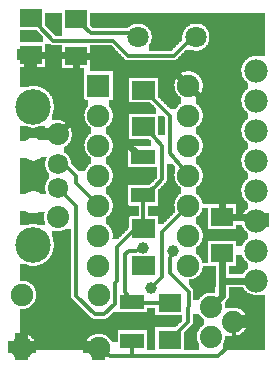
<source format=gtl>
G04 MADE WITH FRITZING*
G04 WWW.FRITZING.ORG*
G04 DOUBLE SIDED*
G04 HOLES PLATED*
G04 CONTOUR ON CENTER OF CONTOUR VECTOR*
%ASAXBY*%
%FSLAX23Y23*%
%MOIN*%
%OFA0B0*%
%SFA1.0B1.0*%
%ADD10C,0.075000*%
%ADD11C,0.039370*%
%ADD12C,0.073701*%
%ADD13C,0.067716*%
%ADD14C,0.118425*%
%ADD15C,0.074000*%
%ADD16C,0.078000*%
%ADD17C,0.070925*%
%ADD18C,0.070866*%
%ADD19R,0.078736X0.049208*%
%ADD20R,0.078736X0.049222*%
%ADD21R,0.074803X0.062992*%
%ADD22R,0.075000X0.075000*%
%ADD23C,0.012000*%
%ADD24C,0.024000*%
%ADD25R,0.001000X0.001000*%
%LNCOPPER1*%
G90*
G70*
G54D10*
X182Y924D03*
X718Y1107D03*
X137Y257D03*
X301Y48D03*
X45Y48D03*
X301Y225D03*
X45Y225D03*
G54D11*
X450Y323D03*
X550Y373D03*
X475Y248D03*
G54D12*
X165Y760D03*
G54D13*
X165Y661D03*
X165Y583D03*
G54D12*
X165Y484D03*
G54D14*
X83Y852D03*
X83Y392D03*
G54D12*
X165Y760D03*
G54D13*
X165Y661D03*
X165Y582D03*
G54D12*
X165Y484D03*
G54D14*
X83Y852D03*
X83Y392D03*
G54D15*
X675Y86D03*
X750Y136D03*
X675Y186D03*
X675Y86D03*
X750Y136D03*
X675Y186D03*
G54D11*
X450Y383D03*
G54D16*
X825Y273D03*
X825Y373D03*
X825Y473D03*
X825Y573D03*
X825Y673D03*
X825Y773D03*
X825Y873D03*
X825Y973D03*
G54D10*
X300Y923D03*
X600Y923D03*
X300Y823D03*
X600Y823D03*
X300Y723D03*
X600Y723D03*
X300Y623D03*
X600Y623D03*
X300Y523D03*
X600Y523D03*
X300Y423D03*
X600Y423D03*
X300Y323D03*
X600Y323D03*
G54D17*
X432Y1084D03*
G54D18*
X625Y1084D03*
G54D19*
X450Y558D03*
G54D20*
X450Y686D03*
G54D19*
X413Y201D03*
G54D20*
X413Y73D03*
G54D21*
X538Y76D03*
X538Y198D03*
X225Y1023D03*
X225Y1145D03*
X713Y486D03*
X713Y364D03*
X75Y1148D03*
X75Y1026D03*
G54D22*
X300Y923D03*
G54D23*
X751Y98D02*
X750Y114D01*
D02*
X700Y23D02*
X751Y73D01*
D02*
X751Y73D02*
X751Y98D01*
D02*
X413Y23D02*
X700Y23D01*
D02*
X425Y373D02*
X438Y378D01*
D02*
X413Y436D02*
X419Y437D01*
D02*
X401Y373D02*
X425Y373D01*
D02*
X363Y385D02*
X413Y436D01*
D02*
X488Y585D02*
X476Y577D01*
D02*
X488Y748D02*
X513Y723D01*
D02*
X513Y723D02*
X513Y611D01*
D02*
X513Y611D02*
X488Y585D01*
D02*
X477Y760D02*
X488Y748D01*
D02*
X363Y273D02*
X363Y385D01*
D02*
X356Y265D02*
X363Y273D01*
D02*
X388Y360D02*
X401Y373D01*
D02*
X388Y236D02*
X388Y360D01*
D02*
X399Y220D02*
X388Y236D01*
D02*
X356Y196D02*
X356Y265D01*
D02*
X320Y160D02*
X356Y196D01*
D02*
X288Y161D02*
X320Y160D01*
D02*
X225Y223D02*
X288Y161D01*
D02*
X182Y566D02*
X225Y523D01*
D02*
X225Y523D02*
X225Y223D01*
D02*
X538Y348D02*
X538Y298D01*
D02*
X538Y698D02*
X537Y823D01*
D02*
X338Y23D02*
X320Y35D01*
D02*
X413Y23D02*
X338Y23D01*
D02*
X538Y298D02*
X601Y236D01*
D02*
X601Y236D02*
X600Y136D01*
D02*
X600Y136D02*
X565Y102D01*
D02*
X450Y539D02*
X450Y471D01*
D02*
X544Y361D02*
X538Y348D01*
D02*
X488Y873D02*
X479Y882D01*
D02*
X586Y641D02*
X538Y698D01*
D02*
X537Y823D02*
X488Y873D01*
D02*
X513Y286D02*
X485Y258D01*
D02*
X513Y436D02*
X513Y286D01*
D02*
X584Y507D02*
X513Y436D01*
G54D24*
D02*
X225Y823D02*
X225Y997D01*
D02*
X185Y781D02*
X225Y823D01*
G54D23*
D02*
X413Y54D02*
X413Y23D01*
G54D24*
D02*
X713Y273D02*
X713Y338D01*
D02*
X713Y223D02*
X695Y205D01*
D02*
X713Y273D02*
X713Y223D01*
D02*
X795Y273D02*
X713Y273D01*
G54D23*
D02*
X450Y198D02*
X447Y198D01*
D02*
X506Y198D02*
X450Y198D01*
G54D24*
D02*
X713Y811D02*
X713Y512D01*
D02*
X621Y903D02*
X713Y811D01*
G54D23*
D02*
X226Y623D02*
X226Y598D01*
D02*
X226Y598D02*
X284Y539D01*
D02*
X200Y648D02*
X226Y623D01*
D02*
X187Y653D02*
X200Y648D01*
G54D24*
D02*
X413Y711D02*
X388Y735D01*
D02*
X388Y735D02*
X388Y973D01*
D02*
X388Y973D02*
X338Y1023D01*
D02*
X422Y705D02*
X413Y711D01*
D02*
X338Y1023D02*
X257Y1023D01*
D02*
X551Y973D02*
X388Y973D01*
D02*
X580Y943D02*
X551Y973D01*
D02*
X194Y1024D02*
X107Y1025D01*
D02*
X788Y486D02*
X797Y483D01*
D02*
X745Y486D02*
X788Y486D01*
G54D23*
D02*
X601Y1073D02*
X606Y1075D01*
D02*
X276Y1098D02*
X253Y1119D01*
D02*
X150Y1073D02*
X350Y1073D01*
D02*
X101Y1122D02*
X150Y1073D01*
D02*
X551Y1023D02*
X601Y1073D01*
D02*
X400Y1023D02*
X551Y1023D01*
D02*
X350Y1073D02*
X400Y1023D01*
D02*
X401Y1098D02*
X276Y1098D01*
D02*
X413Y1093D02*
X401Y1098D01*
G36*
X122Y1165D02*
X122Y1123D01*
X124Y1123D01*
X124Y1121D01*
X126Y1121D01*
X126Y1119D01*
X128Y1119D01*
X128Y1117D01*
X130Y1117D01*
X130Y1115D01*
X132Y1115D01*
X132Y1113D01*
X134Y1113D01*
X134Y1111D01*
X136Y1111D01*
X136Y1109D01*
X138Y1109D01*
X138Y1107D01*
X140Y1107D01*
X140Y1105D01*
X142Y1105D01*
X142Y1103D01*
X144Y1103D01*
X144Y1101D01*
X146Y1101D01*
X146Y1099D01*
X148Y1099D01*
X148Y1097D01*
X150Y1097D01*
X150Y1095D01*
X152Y1095D01*
X152Y1093D01*
X154Y1093D01*
X154Y1091D01*
X156Y1091D01*
X156Y1089D01*
X178Y1089D01*
X178Y1165D01*
X122Y1165D01*
G37*
D02*
G36*
X40Y1107D02*
X40Y1067D01*
X116Y1067D01*
X116Y1087D01*
X114Y1087D01*
X114Y1089D01*
X112Y1089D01*
X112Y1091D01*
X110Y1091D01*
X110Y1093D01*
X108Y1093D01*
X108Y1095D01*
X106Y1095D01*
X106Y1097D01*
X104Y1097D01*
X104Y1099D01*
X102Y1099D01*
X102Y1101D01*
X100Y1101D01*
X100Y1103D01*
X98Y1103D01*
X98Y1105D01*
X96Y1105D01*
X96Y1107D01*
X40Y1107D01*
G37*
D02*
G36*
X122Y1061D02*
X122Y985D01*
X40Y985D01*
X40Y921D01*
X98Y921D01*
X98Y919D01*
X106Y919D01*
X106Y917D01*
X110Y917D01*
X110Y915D01*
X114Y915D01*
X114Y913D01*
X118Y913D01*
X118Y911D01*
X122Y911D01*
X122Y909D01*
X124Y909D01*
X124Y907D01*
X126Y907D01*
X126Y905D01*
X128Y905D01*
X128Y903D01*
X132Y903D01*
X132Y901D01*
X134Y901D01*
X134Y897D01*
X136Y897D01*
X136Y895D01*
X138Y895D01*
X138Y893D01*
X140Y893D01*
X140Y889D01*
X142Y889D01*
X142Y887D01*
X144Y887D01*
X144Y883D01*
X146Y883D01*
X146Y877D01*
X148Y877D01*
X148Y873D01*
X150Y873D01*
X150Y863D01*
X152Y863D01*
X152Y843D01*
X150Y843D01*
X150Y833D01*
X148Y833D01*
X148Y827D01*
X146Y827D01*
X146Y823D01*
X144Y823D01*
X144Y807D01*
X174Y807D01*
X174Y805D01*
X182Y805D01*
X182Y803D01*
X186Y803D01*
X186Y801D01*
X190Y801D01*
X190Y799D01*
X192Y799D01*
X192Y797D01*
X196Y797D01*
X196Y795D01*
X198Y795D01*
X198Y793D01*
X200Y793D01*
X200Y791D01*
X202Y791D01*
X202Y787D01*
X204Y787D01*
X204Y785D01*
X206Y785D01*
X206Y781D01*
X208Y781D01*
X208Y777D01*
X210Y777D01*
X210Y769D01*
X212Y769D01*
X212Y751D01*
X210Y751D01*
X210Y743D01*
X208Y743D01*
X208Y739D01*
X206Y739D01*
X206Y735D01*
X204Y735D01*
X204Y733D01*
X202Y733D01*
X202Y731D01*
X200Y731D01*
X200Y727D01*
X198Y727D01*
X198Y725D01*
X194Y725D01*
X194Y723D01*
X192Y723D01*
X192Y721D01*
X188Y721D01*
X188Y719D01*
X186Y719D01*
X186Y699D01*
X190Y699D01*
X190Y697D01*
X192Y697D01*
X192Y695D01*
X194Y695D01*
X194Y693D01*
X196Y693D01*
X196Y691D01*
X198Y691D01*
X198Y689D01*
X200Y689D01*
X200Y687D01*
X202Y687D01*
X202Y683D01*
X204Y683D01*
X204Y681D01*
X206Y681D01*
X206Y675D01*
X208Y675D01*
X208Y665D01*
X210Y665D01*
X210Y661D01*
X212Y661D01*
X212Y659D01*
X214Y659D01*
X214Y657D01*
X216Y657D01*
X216Y655D01*
X218Y655D01*
X218Y653D01*
X220Y653D01*
X220Y651D01*
X222Y651D01*
X222Y649D01*
X224Y649D01*
X224Y647D01*
X226Y647D01*
X226Y645D01*
X228Y645D01*
X228Y643D01*
X230Y643D01*
X230Y641D01*
X232Y641D01*
X232Y639D01*
X234Y639D01*
X234Y637D01*
X256Y637D01*
X256Y643D01*
X258Y643D01*
X258Y647D01*
X260Y647D01*
X260Y649D01*
X262Y649D01*
X262Y653D01*
X264Y653D01*
X264Y655D01*
X266Y655D01*
X266Y657D01*
X268Y657D01*
X268Y659D01*
X270Y659D01*
X270Y661D01*
X274Y661D01*
X274Y663D01*
X276Y663D01*
X276Y683D01*
X274Y683D01*
X274Y685D01*
X272Y685D01*
X272Y687D01*
X268Y687D01*
X268Y689D01*
X266Y689D01*
X266Y691D01*
X264Y691D01*
X264Y695D01*
X262Y695D01*
X262Y697D01*
X260Y697D01*
X260Y701D01*
X258Y701D01*
X258Y705D01*
X256Y705D01*
X256Y711D01*
X254Y711D01*
X254Y721D01*
X252Y721D01*
X252Y727D01*
X254Y727D01*
X254Y737D01*
X256Y737D01*
X256Y743D01*
X258Y743D01*
X258Y747D01*
X260Y747D01*
X260Y749D01*
X262Y749D01*
X262Y753D01*
X264Y753D01*
X264Y755D01*
X266Y755D01*
X266Y757D01*
X268Y757D01*
X268Y759D01*
X270Y759D01*
X270Y761D01*
X274Y761D01*
X274Y763D01*
X276Y763D01*
X276Y783D01*
X274Y783D01*
X274Y785D01*
X272Y785D01*
X272Y787D01*
X268Y787D01*
X268Y789D01*
X266Y789D01*
X266Y791D01*
X264Y791D01*
X264Y795D01*
X262Y795D01*
X262Y797D01*
X260Y797D01*
X260Y801D01*
X258Y801D01*
X258Y805D01*
X256Y805D01*
X256Y811D01*
X254Y811D01*
X254Y821D01*
X252Y821D01*
X252Y827D01*
X254Y827D01*
X254Y837D01*
X256Y837D01*
X256Y843D01*
X258Y843D01*
X258Y847D01*
X260Y847D01*
X260Y849D01*
X262Y849D01*
X262Y853D01*
X264Y853D01*
X264Y855D01*
X266Y855D01*
X266Y875D01*
X254Y875D01*
X254Y877D01*
X252Y877D01*
X252Y981D01*
X178Y981D01*
X178Y1057D01*
X146Y1057D01*
X146Y1059D01*
X142Y1059D01*
X142Y1061D01*
X122Y1061D01*
G37*
D02*
G36*
X40Y921D02*
X40Y917D01*
X60Y917D01*
X60Y919D01*
X68Y919D01*
X68Y921D01*
X40Y921D01*
G37*
D02*
G36*
X272Y1165D02*
X272Y1131D01*
X626Y1131D01*
X626Y1129D01*
X638Y1129D01*
X638Y1127D01*
X644Y1127D01*
X644Y1125D01*
X648Y1125D01*
X648Y1123D01*
X650Y1123D01*
X650Y1121D01*
X654Y1121D01*
X654Y1119D01*
X656Y1119D01*
X656Y1117D01*
X658Y1117D01*
X658Y1115D01*
X660Y1115D01*
X660Y1113D01*
X662Y1113D01*
X662Y1109D01*
X664Y1109D01*
X664Y1107D01*
X666Y1107D01*
X666Y1103D01*
X668Y1103D01*
X668Y1097D01*
X670Y1097D01*
X670Y1073D01*
X668Y1073D01*
X668Y1067D01*
X666Y1067D01*
X666Y1063D01*
X664Y1063D01*
X664Y1059D01*
X662Y1059D01*
X662Y1057D01*
X660Y1057D01*
X660Y1055D01*
X658Y1055D01*
X658Y1053D01*
X656Y1053D01*
X656Y1051D01*
X654Y1051D01*
X654Y1049D01*
X652Y1049D01*
X652Y1047D01*
X648Y1047D01*
X648Y1045D01*
X646Y1045D01*
X646Y1043D01*
X640Y1043D01*
X640Y1041D01*
X634Y1041D01*
X634Y1039D01*
X856Y1039D01*
X856Y1165D01*
X272Y1165D01*
G37*
D02*
G36*
X272Y1131D02*
X272Y1129D01*
X444Y1129D01*
X444Y1127D01*
X450Y1127D01*
X450Y1125D01*
X454Y1125D01*
X454Y1123D01*
X458Y1123D01*
X458Y1121D01*
X460Y1121D01*
X460Y1119D01*
X462Y1119D01*
X462Y1117D01*
X464Y1117D01*
X464Y1115D01*
X466Y1115D01*
X466Y1113D01*
X468Y1113D01*
X468Y1111D01*
X470Y1111D01*
X470Y1107D01*
X472Y1107D01*
X472Y1105D01*
X474Y1105D01*
X474Y1099D01*
X476Y1099D01*
X476Y1091D01*
X478Y1091D01*
X478Y1077D01*
X476Y1077D01*
X476Y1069D01*
X474Y1069D01*
X474Y1065D01*
X472Y1065D01*
X472Y1061D01*
X470Y1061D01*
X470Y1059D01*
X468Y1059D01*
X468Y1039D01*
X544Y1039D01*
X544Y1041D01*
X546Y1041D01*
X546Y1043D01*
X548Y1043D01*
X548Y1045D01*
X550Y1045D01*
X550Y1047D01*
X552Y1047D01*
X552Y1049D01*
X554Y1049D01*
X554Y1051D01*
X556Y1051D01*
X556Y1053D01*
X558Y1053D01*
X558Y1055D01*
X560Y1055D01*
X560Y1057D01*
X562Y1057D01*
X562Y1059D01*
X564Y1059D01*
X564Y1061D01*
X566Y1061D01*
X566Y1063D01*
X568Y1063D01*
X568Y1065D01*
X570Y1065D01*
X570Y1067D01*
X572Y1067D01*
X572Y1069D01*
X574Y1069D01*
X574Y1071D01*
X576Y1071D01*
X576Y1073D01*
X578Y1073D01*
X578Y1075D01*
X580Y1075D01*
X580Y1093D01*
X582Y1093D01*
X582Y1101D01*
X584Y1101D01*
X584Y1105D01*
X586Y1105D01*
X586Y1109D01*
X588Y1109D01*
X588Y1111D01*
X590Y1111D01*
X590Y1113D01*
X592Y1113D01*
X592Y1117D01*
X594Y1117D01*
X594Y1119D01*
X598Y1119D01*
X598Y1121D01*
X600Y1121D01*
X600Y1123D01*
X604Y1123D01*
X604Y1125D01*
X606Y1125D01*
X606Y1127D01*
X612Y1127D01*
X612Y1129D01*
X624Y1129D01*
X624Y1131D01*
X272Y1131D01*
G37*
D02*
G36*
X272Y1129D02*
X272Y1123D01*
X274Y1123D01*
X274Y1121D01*
X276Y1121D01*
X276Y1119D01*
X278Y1119D01*
X278Y1117D01*
X280Y1117D01*
X280Y1115D01*
X400Y1115D01*
X400Y1117D01*
X402Y1117D01*
X402Y1119D01*
X404Y1119D01*
X404Y1121D01*
X406Y1121D01*
X406Y1123D01*
X410Y1123D01*
X410Y1125D01*
X414Y1125D01*
X414Y1127D01*
X420Y1127D01*
X420Y1129D01*
X272Y1129D01*
G37*
D02*
G36*
X272Y1057D02*
X272Y1007D01*
X394Y1007D01*
X394Y1009D01*
X390Y1009D01*
X390Y1011D01*
X388Y1011D01*
X388Y1013D01*
X386Y1013D01*
X386Y1015D01*
X384Y1015D01*
X384Y1017D01*
X382Y1017D01*
X382Y1019D01*
X380Y1019D01*
X380Y1021D01*
X378Y1021D01*
X378Y1023D01*
X376Y1023D01*
X376Y1025D01*
X374Y1025D01*
X374Y1027D01*
X372Y1027D01*
X372Y1029D01*
X370Y1029D01*
X370Y1031D01*
X368Y1031D01*
X368Y1033D01*
X366Y1033D01*
X366Y1035D01*
X364Y1035D01*
X364Y1037D01*
X362Y1037D01*
X362Y1039D01*
X360Y1039D01*
X360Y1041D01*
X358Y1041D01*
X358Y1043D01*
X356Y1043D01*
X356Y1045D01*
X354Y1045D01*
X354Y1049D01*
X352Y1049D01*
X352Y1051D01*
X350Y1051D01*
X350Y1053D01*
X348Y1053D01*
X348Y1055D01*
X346Y1055D01*
X346Y1057D01*
X272Y1057D01*
G37*
D02*
G36*
X590Y1041D02*
X590Y1039D01*
X618Y1039D01*
X618Y1041D01*
X590Y1041D01*
G37*
D02*
G36*
X588Y1039D02*
X588Y1037D01*
X856Y1037D01*
X856Y1039D01*
X588Y1039D01*
G37*
D02*
G36*
X588Y1039D02*
X588Y1037D01*
X856Y1037D01*
X856Y1039D01*
X588Y1039D01*
G37*
D02*
G36*
X586Y1037D02*
X586Y1035D01*
X584Y1035D01*
X584Y1033D01*
X582Y1033D01*
X582Y1031D01*
X580Y1031D01*
X580Y1029D01*
X578Y1029D01*
X578Y1027D01*
X576Y1027D01*
X576Y1025D01*
X574Y1025D01*
X574Y1023D01*
X830Y1023D01*
X830Y1021D01*
X856Y1021D01*
X856Y1037D01*
X586Y1037D01*
G37*
D02*
G36*
X572Y1023D02*
X572Y1021D01*
X570Y1021D01*
X570Y1019D01*
X568Y1019D01*
X568Y1017D01*
X566Y1017D01*
X566Y1015D01*
X564Y1015D01*
X564Y1013D01*
X562Y1013D01*
X562Y1011D01*
X560Y1011D01*
X560Y1009D01*
X556Y1009D01*
X556Y1007D01*
X790Y1007D01*
X790Y1009D01*
X794Y1009D01*
X794Y1011D01*
X796Y1011D01*
X796Y1013D01*
X798Y1013D01*
X798Y1015D01*
X802Y1015D01*
X802Y1017D01*
X806Y1017D01*
X806Y1019D01*
X812Y1019D01*
X812Y1021D01*
X820Y1021D01*
X820Y1023D01*
X572Y1023D01*
G37*
D02*
G36*
X272Y1007D02*
X272Y1005D01*
X790Y1005D01*
X790Y1007D01*
X272Y1007D01*
G37*
D02*
G36*
X272Y1007D02*
X272Y1005D01*
X790Y1005D01*
X790Y1007D01*
X272Y1007D01*
G37*
D02*
G36*
X272Y1005D02*
X272Y971D01*
X608Y971D01*
X608Y969D01*
X616Y969D01*
X616Y967D01*
X620Y967D01*
X620Y965D01*
X624Y965D01*
X624Y963D01*
X628Y963D01*
X628Y961D01*
X630Y961D01*
X630Y959D01*
X632Y959D01*
X632Y957D01*
X634Y957D01*
X634Y955D01*
X636Y955D01*
X636Y953D01*
X638Y953D01*
X638Y951D01*
X640Y951D01*
X640Y947D01*
X642Y947D01*
X642Y943D01*
X644Y943D01*
X644Y939D01*
X646Y939D01*
X646Y931D01*
X648Y931D01*
X648Y915D01*
X646Y915D01*
X646Y907D01*
X644Y907D01*
X644Y903D01*
X642Y903D01*
X642Y899D01*
X640Y899D01*
X640Y897D01*
X638Y897D01*
X638Y893D01*
X636Y893D01*
X636Y891D01*
X634Y891D01*
X634Y889D01*
X632Y889D01*
X632Y887D01*
X630Y887D01*
X630Y885D01*
X626Y885D01*
X626Y883D01*
X624Y883D01*
X624Y863D01*
X628Y863D01*
X628Y861D01*
X630Y861D01*
X630Y859D01*
X632Y859D01*
X632Y857D01*
X634Y857D01*
X634Y855D01*
X636Y855D01*
X636Y853D01*
X638Y853D01*
X638Y851D01*
X640Y851D01*
X640Y847D01*
X642Y847D01*
X642Y843D01*
X644Y843D01*
X644Y839D01*
X646Y839D01*
X646Y831D01*
X648Y831D01*
X648Y815D01*
X646Y815D01*
X646Y807D01*
X644Y807D01*
X644Y803D01*
X642Y803D01*
X642Y799D01*
X640Y799D01*
X640Y797D01*
X638Y797D01*
X638Y793D01*
X636Y793D01*
X636Y791D01*
X634Y791D01*
X634Y789D01*
X632Y789D01*
X632Y787D01*
X630Y787D01*
X630Y785D01*
X626Y785D01*
X626Y783D01*
X624Y783D01*
X624Y763D01*
X628Y763D01*
X628Y761D01*
X630Y761D01*
X630Y759D01*
X632Y759D01*
X632Y757D01*
X634Y757D01*
X634Y755D01*
X636Y755D01*
X636Y753D01*
X638Y753D01*
X638Y751D01*
X640Y751D01*
X640Y747D01*
X642Y747D01*
X642Y743D01*
X644Y743D01*
X644Y739D01*
X646Y739D01*
X646Y731D01*
X648Y731D01*
X648Y715D01*
X646Y715D01*
X646Y707D01*
X644Y707D01*
X644Y703D01*
X642Y703D01*
X642Y699D01*
X640Y699D01*
X640Y697D01*
X638Y697D01*
X638Y693D01*
X636Y693D01*
X636Y691D01*
X634Y691D01*
X634Y689D01*
X632Y689D01*
X632Y687D01*
X630Y687D01*
X630Y685D01*
X626Y685D01*
X626Y683D01*
X624Y683D01*
X624Y663D01*
X628Y663D01*
X628Y661D01*
X630Y661D01*
X630Y659D01*
X632Y659D01*
X632Y657D01*
X634Y657D01*
X634Y655D01*
X636Y655D01*
X636Y653D01*
X638Y653D01*
X638Y651D01*
X640Y651D01*
X640Y647D01*
X642Y647D01*
X642Y643D01*
X644Y643D01*
X644Y639D01*
X646Y639D01*
X646Y631D01*
X648Y631D01*
X648Y615D01*
X646Y615D01*
X646Y607D01*
X644Y607D01*
X644Y603D01*
X642Y603D01*
X642Y599D01*
X640Y599D01*
X640Y597D01*
X638Y597D01*
X638Y593D01*
X636Y593D01*
X636Y591D01*
X634Y591D01*
X634Y589D01*
X632Y589D01*
X632Y587D01*
X630Y587D01*
X630Y585D01*
X626Y585D01*
X626Y583D01*
X624Y583D01*
X624Y563D01*
X628Y563D01*
X628Y561D01*
X630Y561D01*
X630Y559D01*
X632Y559D01*
X632Y557D01*
X634Y557D01*
X634Y555D01*
X636Y555D01*
X636Y553D01*
X638Y553D01*
X638Y551D01*
X640Y551D01*
X640Y547D01*
X642Y547D01*
X642Y543D01*
X644Y543D01*
X644Y539D01*
X646Y539D01*
X646Y531D01*
X648Y531D01*
X648Y527D01*
X760Y527D01*
X760Y489D01*
X780Y489D01*
X780Y493D01*
X782Y493D01*
X782Y497D01*
X784Y497D01*
X784Y501D01*
X786Y501D01*
X786Y503D01*
X788Y503D01*
X788Y505D01*
X790Y505D01*
X790Y509D01*
X794Y509D01*
X794Y511D01*
X796Y511D01*
X796Y513D01*
X798Y513D01*
X798Y533D01*
X796Y533D01*
X796Y535D01*
X794Y535D01*
X794Y537D01*
X792Y537D01*
X792Y539D01*
X790Y539D01*
X790Y541D01*
X788Y541D01*
X788Y543D01*
X786Y543D01*
X786Y545D01*
X784Y545D01*
X784Y549D01*
X782Y549D01*
X782Y553D01*
X780Y553D01*
X780Y559D01*
X778Y559D01*
X778Y567D01*
X776Y567D01*
X776Y581D01*
X778Y581D01*
X778Y589D01*
X780Y589D01*
X780Y593D01*
X782Y593D01*
X782Y597D01*
X784Y597D01*
X784Y601D01*
X786Y601D01*
X786Y603D01*
X788Y603D01*
X788Y605D01*
X790Y605D01*
X790Y609D01*
X794Y609D01*
X794Y611D01*
X796Y611D01*
X796Y613D01*
X798Y613D01*
X798Y633D01*
X796Y633D01*
X796Y635D01*
X794Y635D01*
X794Y637D01*
X792Y637D01*
X792Y639D01*
X790Y639D01*
X790Y641D01*
X788Y641D01*
X788Y643D01*
X786Y643D01*
X786Y645D01*
X784Y645D01*
X784Y649D01*
X782Y649D01*
X782Y653D01*
X780Y653D01*
X780Y659D01*
X778Y659D01*
X778Y667D01*
X776Y667D01*
X776Y681D01*
X778Y681D01*
X778Y689D01*
X780Y689D01*
X780Y693D01*
X782Y693D01*
X782Y697D01*
X784Y697D01*
X784Y701D01*
X786Y701D01*
X786Y703D01*
X788Y703D01*
X788Y705D01*
X790Y705D01*
X790Y709D01*
X794Y709D01*
X794Y711D01*
X796Y711D01*
X796Y713D01*
X798Y713D01*
X798Y733D01*
X796Y733D01*
X796Y735D01*
X794Y735D01*
X794Y737D01*
X792Y737D01*
X792Y739D01*
X790Y739D01*
X790Y741D01*
X788Y741D01*
X788Y743D01*
X786Y743D01*
X786Y745D01*
X784Y745D01*
X784Y749D01*
X782Y749D01*
X782Y753D01*
X780Y753D01*
X780Y759D01*
X778Y759D01*
X778Y767D01*
X776Y767D01*
X776Y781D01*
X778Y781D01*
X778Y789D01*
X780Y789D01*
X780Y793D01*
X782Y793D01*
X782Y797D01*
X784Y797D01*
X784Y801D01*
X786Y801D01*
X786Y803D01*
X788Y803D01*
X788Y805D01*
X790Y805D01*
X790Y809D01*
X794Y809D01*
X794Y811D01*
X796Y811D01*
X796Y813D01*
X798Y813D01*
X798Y833D01*
X796Y833D01*
X796Y835D01*
X794Y835D01*
X794Y837D01*
X792Y837D01*
X792Y839D01*
X790Y839D01*
X790Y841D01*
X788Y841D01*
X788Y843D01*
X786Y843D01*
X786Y845D01*
X784Y845D01*
X784Y849D01*
X782Y849D01*
X782Y853D01*
X780Y853D01*
X780Y859D01*
X778Y859D01*
X778Y867D01*
X776Y867D01*
X776Y881D01*
X778Y881D01*
X778Y889D01*
X780Y889D01*
X780Y893D01*
X782Y893D01*
X782Y897D01*
X784Y897D01*
X784Y901D01*
X786Y901D01*
X786Y903D01*
X788Y903D01*
X788Y905D01*
X790Y905D01*
X790Y909D01*
X794Y909D01*
X794Y911D01*
X796Y911D01*
X796Y913D01*
X798Y913D01*
X798Y933D01*
X796Y933D01*
X796Y935D01*
X794Y935D01*
X794Y937D01*
X792Y937D01*
X792Y939D01*
X790Y939D01*
X790Y941D01*
X788Y941D01*
X788Y943D01*
X786Y943D01*
X786Y945D01*
X784Y945D01*
X784Y949D01*
X782Y949D01*
X782Y953D01*
X780Y953D01*
X780Y959D01*
X778Y959D01*
X778Y967D01*
X776Y967D01*
X776Y981D01*
X778Y981D01*
X778Y989D01*
X780Y989D01*
X780Y993D01*
X782Y993D01*
X782Y997D01*
X784Y997D01*
X784Y1001D01*
X786Y1001D01*
X786Y1003D01*
X788Y1003D01*
X788Y1005D01*
X272Y1005D01*
G37*
D02*
G36*
X348Y971D02*
X348Y949D01*
X498Y949D01*
X498Y885D01*
X500Y885D01*
X500Y883D01*
X502Y883D01*
X502Y881D01*
X504Y881D01*
X504Y879D01*
X506Y879D01*
X506Y877D01*
X508Y877D01*
X508Y875D01*
X510Y875D01*
X510Y873D01*
X512Y873D01*
X512Y871D01*
X514Y871D01*
X514Y869D01*
X516Y869D01*
X516Y867D01*
X518Y867D01*
X518Y865D01*
X520Y865D01*
X520Y863D01*
X522Y863D01*
X522Y861D01*
X524Y861D01*
X524Y859D01*
X526Y859D01*
X526Y857D01*
X528Y857D01*
X528Y855D01*
X530Y855D01*
X530Y853D01*
X532Y853D01*
X532Y851D01*
X534Y851D01*
X534Y849D01*
X536Y849D01*
X536Y847D01*
X538Y847D01*
X538Y845D01*
X558Y845D01*
X558Y847D01*
X560Y847D01*
X560Y849D01*
X562Y849D01*
X562Y853D01*
X564Y853D01*
X564Y855D01*
X566Y855D01*
X566Y857D01*
X568Y857D01*
X568Y859D01*
X570Y859D01*
X570Y861D01*
X574Y861D01*
X574Y863D01*
X576Y863D01*
X576Y883D01*
X574Y883D01*
X574Y885D01*
X572Y885D01*
X572Y887D01*
X568Y887D01*
X568Y889D01*
X566Y889D01*
X566Y891D01*
X564Y891D01*
X564Y895D01*
X562Y895D01*
X562Y897D01*
X560Y897D01*
X560Y901D01*
X558Y901D01*
X558Y905D01*
X556Y905D01*
X556Y911D01*
X554Y911D01*
X554Y921D01*
X552Y921D01*
X552Y927D01*
X554Y927D01*
X554Y937D01*
X556Y937D01*
X556Y943D01*
X558Y943D01*
X558Y947D01*
X560Y947D01*
X560Y949D01*
X562Y949D01*
X562Y953D01*
X564Y953D01*
X564Y955D01*
X566Y955D01*
X566Y957D01*
X568Y957D01*
X568Y959D01*
X570Y959D01*
X570Y961D01*
X574Y961D01*
X574Y963D01*
X576Y963D01*
X576Y965D01*
X580Y965D01*
X580Y967D01*
X584Y967D01*
X584Y969D01*
X592Y969D01*
X592Y971D01*
X348Y971D01*
G37*
D02*
G36*
X348Y949D02*
X348Y875D01*
X334Y875D01*
X334Y855D01*
X336Y855D01*
X336Y853D01*
X338Y853D01*
X338Y851D01*
X340Y851D01*
X340Y847D01*
X342Y847D01*
X342Y843D01*
X344Y843D01*
X344Y839D01*
X346Y839D01*
X346Y831D01*
X348Y831D01*
X348Y815D01*
X346Y815D01*
X346Y807D01*
X344Y807D01*
X344Y803D01*
X342Y803D01*
X342Y799D01*
X340Y799D01*
X340Y797D01*
X338Y797D01*
X338Y793D01*
X336Y793D01*
X336Y791D01*
X334Y791D01*
X334Y789D01*
X332Y789D01*
X332Y787D01*
X330Y787D01*
X330Y785D01*
X326Y785D01*
X326Y783D01*
X324Y783D01*
X324Y763D01*
X328Y763D01*
X328Y761D01*
X330Y761D01*
X330Y759D01*
X332Y759D01*
X332Y757D01*
X334Y757D01*
X334Y755D01*
X336Y755D01*
X336Y753D01*
X338Y753D01*
X338Y751D01*
X340Y751D01*
X340Y747D01*
X342Y747D01*
X342Y743D01*
X344Y743D01*
X344Y739D01*
X346Y739D01*
X346Y731D01*
X348Y731D01*
X348Y715D01*
X346Y715D01*
X346Y707D01*
X344Y707D01*
X344Y703D01*
X342Y703D01*
X342Y699D01*
X340Y699D01*
X340Y697D01*
X338Y697D01*
X338Y693D01*
X336Y693D01*
X336Y691D01*
X334Y691D01*
X334Y689D01*
X332Y689D01*
X332Y687D01*
X330Y687D01*
X330Y685D01*
X326Y685D01*
X326Y683D01*
X324Y683D01*
X324Y663D01*
X328Y663D01*
X328Y661D01*
X330Y661D01*
X330Y659D01*
X332Y659D01*
X332Y657D01*
X334Y657D01*
X334Y655D01*
X336Y655D01*
X336Y653D01*
X338Y653D01*
X338Y651D01*
X340Y651D01*
X340Y647D01*
X342Y647D01*
X342Y643D01*
X344Y643D01*
X344Y639D01*
X346Y639D01*
X346Y631D01*
X348Y631D01*
X348Y615D01*
X346Y615D01*
X346Y607D01*
X344Y607D01*
X344Y603D01*
X342Y603D01*
X342Y599D01*
X340Y599D01*
X340Y597D01*
X338Y597D01*
X338Y593D01*
X336Y593D01*
X336Y591D01*
X334Y591D01*
X334Y589D01*
X332Y589D01*
X332Y587D01*
X330Y587D01*
X330Y585D01*
X326Y585D01*
X326Y583D01*
X324Y583D01*
X324Y563D01*
X328Y563D01*
X328Y561D01*
X330Y561D01*
X330Y559D01*
X332Y559D01*
X332Y557D01*
X334Y557D01*
X334Y555D01*
X336Y555D01*
X336Y553D01*
X338Y553D01*
X338Y551D01*
X340Y551D01*
X340Y547D01*
X342Y547D01*
X342Y543D01*
X344Y543D01*
X344Y539D01*
X346Y539D01*
X346Y531D01*
X348Y531D01*
X348Y515D01*
X346Y515D01*
X346Y507D01*
X344Y507D01*
X344Y503D01*
X342Y503D01*
X342Y499D01*
X340Y499D01*
X340Y497D01*
X338Y497D01*
X338Y493D01*
X336Y493D01*
X336Y491D01*
X334Y491D01*
X334Y489D01*
X332Y489D01*
X332Y487D01*
X330Y487D01*
X330Y485D01*
X326Y485D01*
X326Y483D01*
X324Y483D01*
X324Y463D01*
X328Y463D01*
X328Y461D01*
X330Y461D01*
X330Y459D01*
X332Y459D01*
X332Y457D01*
X334Y457D01*
X334Y455D01*
X336Y455D01*
X336Y453D01*
X338Y453D01*
X338Y451D01*
X340Y451D01*
X340Y447D01*
X342Y447D01*
X342Y443D01*
X344Y443D01*
X344Y439D01*
X346Y439D01*
X346Y431D01*
X348Y431D01*
X348Y415D01*
X346Y415D01*
X346Y411D01*
X366Y411D01*
X366Y413D01*
X368Y413D01*
X368Y415D01*
X370Y415D01*
X370Y417D01*
X372Y417D01*
X372Y419D01*
X374Y419D01*
X374Y421D01*
X376Y421D01*
X376Y423D01*
X378Y423D01*
X378Y425D01*
X380Y425D01*
X380Y427D01*
X382Y427D01*
X382Y429D01*
X384Y429D01*
X384Y431D01*
X386Y431D01*
X386Y433D01*
X388Y433D01*
X388Y435D01*
X390Y435D01*
X390Y437D01*
X392Y437D01*
X392Y439D01*
X394Y439D01*
X394Y441D01*
X396Y441D01*
X396Y443D01*
X398Y443D01*
X398Y445D01*
X400Y445D01*
X400Y447D01*
X402Y447D01*
X402Y485D01*
X404Y485D01*
X404Y487D01*
X434Y487D01*
X434Y523D01*
X402Y523D01*
X402Y525D01*
X400Y525D01*
X400Y591D01*
X402Y591D01*
X402Y593D01*
X472Y593D01*
X472Y595D01*
X476Y595D01*
X476Y597D01*
X478Y597D01*
X478Y599D01*
X480Y599D01*
X480Y601D01*
X482Y601D01*
X482Y603D01*
X484Y603D01*
X484Y605D01*
X486Y605D01*
X486Y607D01*
X488Y607D01*
X488Y609D01*
X490Y609D01*
X490Y611D01*
X492Y611D01*
X492Y613D01*
X494Y613D01*
X494Y617D01*
X496Y617D01*
X496Y651D01*
X402Y651D01*
X402Y653D01*
X400Y653D01*
X400Y719D01*
X402Y719D01*
X402Y721D01*
X474Y721D01*
X474Y741D01*
X472Y741D01*
X472Y743D01*
X470Y743D01*
X470Y745D01*
X402Y745D01*
X402Y827D01*
X492Y827D01*
X492Y847D01*
X490Y847D01*
X490Y849D01*
X488Y849D01*
X488Y851D01*
X486Y851D01*
X486Y853D01*
X484Y853D01*
X484Y857D01*
X482Y857D01*
X482Y859D01*
X480Y859D01*
X480Y861D01*
X478Y861D01*
X478Y863D01*
X474Y863D01*
X474Y865D01*
X472Y865D01*
X472Y867D01*
X402Y867D01*
X402Y949D01*
X348Y949D01*
G37*
D02*
G36*
X498Y821D02*
X498Y761D01*
X500Y761D01*
X500Y759D01*
X502Y759D01*
X502Y757D01*
X522Y757D01*
X522Y817D01*
X520Y817D01*
X520Y819D01*
X518Y819D01*
X518Y821D01*
X498Y821D01*
G37*
D02*
G36*
X40Y787D02*
X40Y783D01*
X74Y783D01*
X74Y785D01*
X64Y785D01*
X64Y787D01*
X40Y787D01*
G37*
D02*
G36*
X100Y787D02*
X100Y785D01*
X90Y785D01*
X90Y783D01*
X122Y783D01*
X122Y787D01*
X100Y787D01*
G37*
D02*
G36*
X40Y783D02*
X40Y781D01*
X122Y781D01*
X122Y783D01*
X40Y783D01*
G37*
D02*
G36*
X40Y783D02*
X40Y781D01*
X122Y781D01*
X122Y783D01*
X40Y783D01*
G37*
D02*
G36*
X40Y781D02*
X40Y749D01*
X86Y749D01*
X86Y747D01*
X94Y747D01*
X94Y745D01*
X100Y745D01*
X100Y743D01*
X122Y743D01*
X122Y745D01*
X120Y745D01*
X120Y753D01*
X118Y753D01*
X118Y767D01*
X120Y767D01*
X120Y775D01*
X122Y775D01*
X122Y781D01*
X40Y781D01*
G37*
D02*
G36*
X40Y749D02*
X40Y739D01*
X60Y739D01*
X60Y741D01*
X62Y741D01*
X62Y743D01*
X66Y743D01*
X66Y745D01*
X70Y745D01*
X70Y747D01*
X80Y747D01*
X80Y749D01*
X40Y749D01*
G37*
D02*
G36*
X108Y685D02*
X108Y683D01*
X106Y683D01*
X106Y681D01*
X104Y681D01*
X104Y679D01*
X100Y679D01*
X100Y677D01*
X96Y677D01*
X96Y675D01*
X88Y675D01*
X88Y673D01*
X124Y673D01*
X124Y679D01*
X126Y679D01*
X126Y683D01*
X128Y683D01*
X128Y685D01*
X108Y685D01*
G37*
D02*
G36*
X40Y681D02*
X40Y673D01*
X78Y673D01*
X78Y675D01*
X70Y675D01*
X70Y677D01*
X66Y677D01*
X66Y679D01*
X62Y679D01*
X62Y681D01*
X40Y681D01*
G37*
D02*
G36*
X40Y673D02*
X40Y671D01*
X122Y671D01*
X122Y673D01*
X40Y673D01*
G37*
D02*
G36*
X40Y673D02*
X40Y671D01*
X122Y671D01*
X122Y673D01*
X40Y673D01*
G37*
D02*
G36*
X40Y671D02*
X40Y571D01*
X92Y571D01*
X92Y569D01*
X98Y569D01*
X98Y567D01*
X102Y567D01*
X102Y565D01*
X104Y565D01*
X104Y563D01*
X106Y563D01*
X106Y561D01*
X126Y561D01*
X126Y565D01*
X124Y565D01*
X124Y571D01*
X122Y571D01*
X122Y593D01*
X124Y593D01*
X124Y601D01*
X126Y601D01*
X126Y603D01*
X128Y603D01*
X128Y607D01*
X130Y607D01*
X130Y609D01*
X132Y609D01*
X132Y613D01*
X134Y613D01*
X134Y633D01*
X132Y633D01*
X132Y635D01*
X130Y635D01*
X130Y637D01*
X128Y637D01*
X128Y641D01*
X126Y641D01*
X126Y645D01*
X124Y645D01*
X124Y651D01*
X122Y651D01*
X122Y671D01*
X40Y671D01*
G37*
D02*
G36*
X40Y571D02*
X40Y563D01*
X60Y563D01*
X60Y565D01*
X64Y565D01*
X64Y567D01*
X68Y567D01*
X68Y569D01*
X74Y569D01*
X74Y571D01*
X40Y571D01*
G37*
D02*
G36*
X528Y663D02*
X528Y605D01*
X526Y605D01*
X526Y601D01*
X524Y601D01*
X524Y599D01*
X522Y599D01*
X522Y597D01*
X520Y597D01*
X520Y595D01*
X518Y595D01*
X518Y593D01*
X516Y593D01*
X516Y591D01*
X514Y591D01*
X514Y589D01*
X512Y589D01*
X512Y587D01*
X510Y587D01*
X510Y585D01*
X508Y585D01*
X508Y583D01*
X506Y583D01*
X506Y581D01*
X504Y581D01*
X504Y579D01*
X502Y579D01*
X502Y577D01*
X500Y577D01*
X500Y523D01*
X466Y523D01*
X466Y487D01*
X498Y487D01*
X498Y463D01*
X518Y463D01*
X518Y465D01*
X520Y465D01*
X520Y467D01*
X522Y467D01*
X522Y469D01*
X524Y469D01*
X524Y471D01*
X526Y471D01*
X526Y473D01*
X528Y473D01*
X528Y475D01*
X530Y475D01*
X530Y477D01*
X532Y477D01*
X532Y479D01*
X534Y479D01*
X534Y481D01*
X536Y481D01*
X536Y483D01*
X538Y483D01*
X538Y485D01*
X540Y485D01*
X540Y487D01*
X542Y487D01*
X542Y489D01*
X544Y489D01*
X544Y491D01*
X546Y491D01*
X546Y493D01*
X548Y493D01*
X548Y495D01*
X550Y495D01*
X550Y497D01*
X552Y497D01*
X552Y499D01*
X554Y499D01*
X554Y521D01*
X552Y521D01*
X552Y527D01*
X554Y527D01*
X554Y537D01*
X556Y537D01*
X556Y543D01*
X558Y543D01*
X558Y547D01*
X560Y547D01*
X560Y549D01*
X562Y549D01*
X562Y553D01*
X564Y553D01*
X564Y555D01*
X566Y555D01*
X566Y557D01*
X568Y557D01*
X568Y559D01*
X570Y559D01*
X570Y561D01*
X574Y561D01*
X574Y563D01*
X576Y563D01*
X576Y583D01*
X574Y583D01*
X574Y585D01*
X572Y585D01*
X572Y587D01*
X568Y587D01*
X568Y589D01*
X566Y589D01*
X566Y591D01*
X564Y591D01*
X564Y595D01*
X562Y595D01*
X562Y597D01*
X560Y597D01*
X560Y601D01*
X558Y601D01*
X558Y605D01*
X556Y605D01*
X556Y611D01*
X554Y611D01*
X554Y621D01*
X552Y621D01*
X552Y627D01*
X554Y627D01*
X554Y655D01*
X552Y655D01*
X552Y657D01*
X550Y657D01*
X550Y661D01*
X548Y661D01*
X548Y663D01*
X528Y663D01*
G37*
D02*
G36*
X646Y515D02*
X646Y507D01*
X644Y507D01*
X644Y503D01*
X642Y503D01*
X642Y499D01*
X640Y499D01*
X640Y497D01*
X638Y497D01*
X638Y493D01*
X636Y493D01*
X636Y491D01*
X634Y491D01*
X634Y489D01*
X632Y489D01*
X632Y487D01*
X630Y487D01*
X630Y485D01*
X626Y485D01*
X626Y483D01*
X624Y483D01*
X624Y463D01*
X628Y463D01*
X628Y461D01*
X630Y461D01*
X630Y459D01*
X632Y459D01*
X632Y457D01*
X634Y457D01*
X634Y455D01*
X636Y455D01*
X636Y453D01*
X638Y453D01*
X638Y451D01*
X640Y451D01*
X640Y447D01*
X642Y447D01*
X642Y445D01*
X666Y445D01*
X666Y515D01*
X646Y515D01*
G37*
D02*
G36*
X760Y459D02*
X760Y445D01*
X784Y445D01*
X784Y449D01*
X782Y449D01*
X782Y453D01*
X780Y453D01*
X780Y459D01*
X760Y459D01*
G37*
D02*
G36*
X642Y445D02*
X642Y443D01*
X786Y443D01*
X786Y445D01*
X642Y445D01*
G37*
D02*
G36*
X642Y445D02*
X642Y443D01*
X786Y443D01*
X786Y445D01*
X642Y445D01*
G37*
D02*
G36*
X644Y443D02*
X644Y439D01*
X646Y439D01*
X646Y431D01*
X648Y431D01*
X648Y415D01*
X646Y415D01*
X646Y407D01*
X644Y407D01*
X644Y405D01*
X760Y405D01*
X760Y389D01*
X780Y389D01*
X780Y393D01*
X782Y393D01*
X782Y397D01*
X784Y397D01*
X784Y401D01*
X786Y401D01*
X786Y403D01*
X788Y403D01*
X788Y405D01*
X790Y405D01*
X790Y409D01*
X794Y409D01*
X794Y411D01*
X796Y411D01*
X796Y413D01*
X798Y413D01*
X798Y433D01*
X796Y433D01*
X796Y435D01*
X794Y435D01*
X794Y437D01*
X792Y437D01*
X792Y439D01*
X790Y439D01*
X790Y441D01*
X788Y441D01*
X788Y443D01*
X644Y443D01*
G37*
D02*
G36*
X644Y405D02*
X644Y403D01*
X642Y403D01*
X642Y399D01*
X640Y399D01*
X640Y397D01*
X638Y397D01*
X638Y393D01*
X636Y393D01*
X636Y391D01*
X634Y391D01*
X634Y389D01*
X632Y389D01*
X632Y387D01*
X630Y387D01*
X630Y385D01*
X626Y385D01*
X626Y383D01*
X624Y383D01*
X624Y363D01*
X628Y363D01*
X628Y361D01*
X630Y361D01*
X630Y359D01*
X632Y359D01*
X632Y357D01*
X634Y357D01*
X634Y355D01*
X636Y355D01*
X636Y353D01*
X638Y353D01*
X638Y351D01*
X640Y351D01*
X640Y347D01*
X642Y347D01*
X642Y343D01*
X644Y343D01*
X644Y339D01*
X646Y339D01*
X646Y331D01*
X666Y331D01*
X666Y405D01*
X644Y405D01*
G37*
D02*
G36*
X40Y505D02*
X40Y503D01*
X60Y503D01*
X60Y505D01*
X40Y505D01*
G37*
D02*
G36*
X40Y503D02*
X40Y497D01*
X72Y497D01*
X72Y499D01*
X66Y499D01*
X66Y501D01*
X62Y501D01*
X62Y503D01*
X40Y503D01*
G37*
D02*
G36*
X102Y503D02*
X102Y501D01*
X98Y501D01*
X98Y499D01*
X92Y499D01*
X92Y497D01*
X120Y497D01*
X120Y499D01*
X122Y499D01*
X122Y503D01*
X102Y503D01*
G37*
D02*
G36*
X40Y497D02*
X40Y495D01*
X120Y495D01*
X120Y497D01*
X40Y497D01*
G37*
D02*
G36*
X40Y497D02*
X40Y495D01*
X120Y495D01*
X120Y497D01*
X40Y497D01*
G37*
D02*
G36*
X40Y495D02*
X40Y461D01*
X96Y461D01*
X96Y459D01*
X122Y459D01*
X122Y471D01*
X120Y471D01*
X120Y479D01*
X118Y479D01*
X118Y491D01*
X120Y491D01*
X120Y495D01*
X40Y495D01*
G37*
D02*
G36*
X40Y461D02*
X40Y457D01*
X62Y457D01*
X62Y459D01*
X70Y459D01*
X70Y461D01*
X40Y461D01*
G37*
D02*
G36*
X760Y359D02*
X760Y323D01*
X736Y323D01*
X736Y295D01*
X782Y295D01*
X782Y297D01*
X784Y297D01*
X784Y301D01*
X786Y301D01*
X786Y303D01*
X788Y303D01*
X788Y305D01*
X790Y305D01*
X790Y309D01*
X794Y309D01*
X794Y311D01*
X796Y311D01*
X796Y313D01*
X798Y313D01*
X798Y333D01*
X796Y333D01*
X796Y335D01*
X794Y335D01*
X794Y337D01*
X792Y337D01*
X792Y339D01*
X790Y339D01*
X790Y341D01*
X788Y341D01*
X788Y343D01*
X786Y343D01*
X786Y345D01*
X784Y345D01*
X784Y349D01*
X782Y349D01*
X782Y353D01*
X780Y353D01*
X780Y359D01*
X760Y359D01*
G37*
D02*
G36*
X188Y445D02*
X188Y443D01*
X184Y443D01*
X184Y441D01*
X178Y441D01*
X178Y439D01*
X170Y439D01*
X170Y437D01*
X144Y437D01*
X144Y421D01*
X146Y421D01*
X146Y417D01*
X148Y417D01*
X148Y411D01*
X150Y411D01*
X150Y401D01*
X152Y401D01*
X152Y383D01*
X150Y383D01*
X150Y373D01*
X148Y373D01*
X148Y367D01*
X146Y367D01*
X146Y363D01*
X144Y363D01*
X144Y359D01*
X142Y359D01*
X142Y355D01*
X140Y355D01*
X140Y353D01*
X138Y353D01*
X138Y349D01*
X136Y349D01*
X136Y347D01*
X134Y347D01*
X134Y345D01*
X132Y345D01*
X132Y343D01*
X130Y343D01*
X130Y341D01*
X128Y341D01*
X128Y339D01*
X126Y339D01*
X126Y337D01*
X124Y337D01*
X124Y335D01*
X120Y335D01*
X120Y333D01*
X116Y333D01*
X116Y331D01*
X114Y331D01*
X114Y329D01*
X108Y329D01*
X108Y327D01*
X104Y327D01*
X104Y325D01*
X94Y325D01*
X94Y323D01*
X210Y323D01*
X210Y445D01*
X188Y445D01*
G37*
D02*
G36*
X40Y327D02*
X40Y323D01*
X70Y323D01*
X70Y325D01*
X62Y325D01*
X62Y327D01*
X40Y327D01*
G37*
D02*
G36*
X40Y323D02*
X40Y321D01*
X210Y321D01*
X210Y323D01*
X40Y323D01*
G37*
D02*
G36*
X40Y323D02*
X40Y321D01*
X210Y321D01*
X210Y323D01*
X40Y323D01*
G37*
D02*
G36*
X40Y321D02*
X40Y273D01*
X54Y273D01*
X54Y271D01*
X62Y271D01*
X62Y269D01*
X66Y269D01*
X66Y267D01*
X70Y267D01*
X70Y265D01*
X72Y265D01*
X72Y263D01*
X76Y263D01*
X76Y261D01*
X78Y261D01*
X78Y259D01*
X80Y259D01*
X80Y257D01*
X82Y257D01*
X82Y255D01*
X84Y255D01*
X84Y251D01*
X86Y251D01*
X86Y247D01*
X88Y247D01*
X88Y245D01*
X90Y245D01*
X90Y237D01*
X92Y237D01*
X92Y213D01*
X90Y213D01*
X90Y207D01*
X88Y207D01*
X88Y203D01*
X86Y203D01*
X86Y199D01*
X84Y199D01*
X84Y197D01*
X82Y197D01*
X82Y195D01*
X80Y195D01*
X80Y193D01*
X78Y193D01*
X78Y191D01*
X76Y191D01*
X76Y189D01*
X74Y189D01*
X74Y187D01*
X72Y187D01*
X72Y185D01*
X68Y185D01*
X68Y183D01*
X64Y183D01*
X64Y181D01*
X58Y181D01*
X58Y179D01*
X40Y179D01*
X40Y145D01*
X282Y145D01*
X282Y147D01*
X278Y147D01*
X278Y149D01*
X276Y149D01*
X276Y151D01*
X274Y151D01*
X274Y153D01*
X272Y153D01*
X272Y155D01*
X270Y155D01*
X270Y157D01*
X268Y157D01*
X268Y159D01*
X266Y159D01*
X266Y161D01*
X264Y161D01*
X264Y163D01*
X262Y163D01*
X262Y165D01*
X260Y165D01*
X260Y167D01*
X258Y167D01*
X258Y169D01*
X256Y169D01*
X256Y171D01*
X254Y171D01*
X254Y173D01*
X252Y173D01*
X252Y175D01*
X250Y175D01*
X250Y177D01*
X248Y177D01*
X248Y179D01*
X246Y179D01*
X246Y181D01*
X244Y181D01*
X244Y183D01*
X242Y183D01*
X242Y185D01*
X240Y185D01*
X240Y187D01*
X238Y187D01*
X238Y189D01*
X236Y189D01*
X236Y191D01*
X234Y191D01*
X234Y193D01*
X232Y193D01*
X232Y195D01*
X230Y195D01*
X230Y197D01*
X228Y197D01*
X228Y199D01*
X226Y199D01*
X226Y201D01*
X224Y201D01*
X224Y203D01*
X222Y203D01*
X222Y205D01*
X220Y205D01*
X220Y207D01*
X218Y207D01*
X218Y209D01*
X216Y209D01*
X216Y211D01*
X214Y211D01*
X214Y213D01*
X212Y213D01*
X212Y215D01*
X210Y215D01*
X210Y321D01*
X40Y321D01*
G37*
D02*
G36*
X462Y183D02*
X462Y167D01*
X348Y167D01*
X348Y165D01*
X346Y165D01*
X346Y163D01*
X344Y163D01*
X344Y161D01*
X342Y161D01*
X342Y159D01*
X340Y159D01*
X340Y157D01*
X338Y157D01*
X338Y155D01*
X336Y155D01*
X336Y153D01*
X334Y153D01*
X334Y151D01*
X332Y151D01*
X332Y149D01*
X330Y149D01*
X330Y147D01*
X326Y147D01*
X326Y145D01*
X580Y145D01*
X580Y157D01*
X490Y157D01*
X490Y183D01*
X462Y183D01*
G37*
D02*
G36*
X40Y145D02*
X40Y143D01*
X580Y143D01*
X580Y145D01*
X40Y145D01*
G37*
D02*
G36*
X40Y145D02*
X40Y143D01*
X580Y143D01*
X580Y145D01*
X40Y145D01*
G37*
D02*
G36*
X40Y143D02*
X40Y107D01*
X462Y107D01*
X462Y41D01*
X490Y41D01*
X490Y117D01*
X558Y117D01*
X558Y119D01*
X560Y119D01*
X560Y121D01*
X562Y121D01*
X562Y123D01*
X564Y123D01*
X564Y125D01*
X566Y125D01*
X566Y127D01*
X568Y127D01*
X568Y129D01*
X570Y129D01*
X570Y131D01*
X574Y131D01*
X574Y133D01*
X576Y133D01*
X576Y135D01*
X578Y135D01*
X578Y137D01*
X580Y137D01*
X580Y143D01*
X40Y143D01*
G37*
D02*
G36*
X40Y107D02*
X40Y95D01*
X314Y95D01*
X314Y93D01*
X320Y93D01*
X320Y91D01*
X324Y91D01*
X324Y89D01*
X328Y89D01*
X328Y87D01*
X330Y87D01*
X330Y85D01*
X332Y85D01*
X332Y83D01*
X334Y83D01*
X334Y81D01*
X336Y81D01*
X336Y79D01*
X338Y79D01*
X338Y77D01*
X340Y77D01*
X340Y75D01*
X342Y75D01*
X342Y71D01*
X344Y71D01*
X344Y67D01*
X364Y67D01*
X364Y107D01*
X40Y107D01*
G37*
D02*
G36*
X58Y95D02*
X58Y93D01*
X64Y93D01*
X64Y91D01*
X68Y91D01*
X68Y89D01*
X72Y89D01*
X72Y87D01*
X74Y87D01*
X74Y85D01*
X76Y85D01*
X76Y83D01*
X78Y83D01*
X78Y81D01*
X80Y81D01*
X80Y79D01*
X82Y79D01*
X82Y77D01*
X84Y77D01*
X84Y75D01*
X86Y75D01*
X86Y71D01*
X88Y71D01*
X88Y67D01*
X90Y67D01*
X90Y61D01*
X92Y61D01*
X92Y41D01*
X254Y41D01*
X254Y59D01*
X256Y59D01*
X256Y65D01*
X258Y65D01*
X258Y69D01*
X260Y69D01*
X260Y73D01*
X262Y73D01*
X262Y77D01*
X264Y77D01*
X264Y79D01*
X266Y79D01*
X266Y81D01*
X268Y81D01*
X268Y83D01*
X270Y83D01*
X270Y85D01*
X272Y85D01*
X272Y87D01*
X276Y87D01*
X276Y89D01*
X278Y89D01*
X278Y91D01*
X282Y91D01*
X282Y93D01*
X290Y93D01*
X290Y95D01*
X58Y95D01*
G37*
D02*
G36*
X648Y323D02*
X648Y315D01*
X646Y315D01*
X646Y307D01*
X644Y307D01*
X644Y303D01*
X642Y303D01*
X642Y299D01*
X640Y299D01*
X640Y297D01*
X638Y297D01*
X638Y293D01*
X636Y293D01*
X636Y291D01*
X634Y291D01*
X634Y289D01*
X632Y289D01*
X632Y287D01*
X630Y287D01*
X630Y285D01*
X626Y285D01*
X626Y283D01*
X624Y283D01*
X624Y281D01*
X620Y281D01*
X620Y279D01*
X614Y279D01*
X614Y277D01*
X602Y277D01*
X602Y257D01*
X604Y257D01*
X604Y255D01*
X606Y255D01*
X606Y253D01*
X608Y253D01*
X608Y251D01*
X610Y251D01*
X610Y249D01*
X612Y249D01*
X612Y245D01*
X614Y245D01*
X614Y243D01*
X616Y243D01*
X616Y209D01*
X636Y209D01*
X636Y213D01*
X638Y213D01*
X638Y215D01*
X640Y215D01*
X640Y217D01*
X642Y217D01*
X642Y219D01*
X644Y219D01*
X644Y221D01*
X646Y221D01*
X646Y223D01*
X648Y223D01*
X648Y225D01*
X652Y225D01*
X652Y227D01*
X654Y227D01*
X654Y229D01*
X660Y229D01*
X660Y231D01*
X668Y231D01*
X668Y233D01*
X690Y233D01*
X690Y253D01*
X692Y253D01*
X692Y323D01*
X648Y323D01*
G37*
D02*
G36*
X734Y251D02*
X734Y215D01*
X732Y215D01*
X732Y211D01*
X730Y211D01*
X730Y209D01*
X728Y209D01*
X728Y207D01*
X726Y207D01*
X726Y205D01*
X724Y205D01*
X724Y203D01*
X722Y203D01*
X722Y183D01*
X758Y183D01*
X758Y181D01*
X766Y181D01*
X766Y179D01*
X770Y179D01*
X770Y177D01*
X774Y177D01*
X774Y175D01*
X778Y175D01*
X778Y173D01*
X780Y173D01*
X780Y171D01*
X782Y171D01*
X782Y169D01*
X784Y169D01*
X784Y167D01*
X786Y167D01*
X786Y165D01*
X788Y165D01*
X788Y163D01*
X790Y163D01*
X790Y159D01*
X792Y159D01*
X792Y155D01*
X794Y155D01*
X794Y149D01*
X796Y149D01*
X796Y141D01*
X798Y141D01*
X798Y131D01*
X796Y131D01*
X796Y123D01*
X794Y123D01*
X794Y117D01*
X792Y117D01*
X792Y113D01*
X790Y113D01*
X790Y109D01*
X788Y109D01*
X788Y107D01*
X786Y107D01*
X786Y105D01*
X784Y105D01*
X784Y103D01*
X782Y103D01*
X782Y101D01*
X780Y101D01*
X780Y99D01*
X778Y99D01*
X778Y97D01*
X774Y97D01*
X774Y95D01*
X772Y95D01*
X772Y93D01*
X766Y93D01*
X766Y91D01*
X760Y91D01*
X760Y89D01*
X722Y89D01*
X722Y75D01*
X720Y75D01*
X720Y69D01*
X718Y69D01*
X718Y65D01*
X716Y65D01*
X716Y61D01*
X714Y61D01*
X714Y41D01*
X856Y41D01*
X856Y225D01*
X814Y225D01*
X814Y227D01*
X808Y227D01*
X808Y229D01*
X804Y229D01*
X804Y231D01*
X800Y231D01*
X800Y233D01*
X796Y233D01*
X796Y235D01*
X794Y235D01*
X794Y237D01*
X792Y237D01*
X792Y239D01*
X790Y239D01*
X790Y241D01*
X788Y241D01*
X788Y243D01*
X786Y243D01*
X786Y245D01*
X784Y245D01*
X784Y249D01*
X782Y249D01*
X782Y251D01*
X734Y251D01*
G37*
D02*
G36*
X722Y183D02*
X722Y181D01*
X742Y181D01*
X742Y183D01*
X722Y183D01*
G37*
D02*
G36*
X616Y163D02*
X616Y129D01*
X614Y129D01*
X614Y127D01*
X612Y127D01*
X612Y125D01*
X610Y125D01*
X610Y123D01*
X608Y123D01*
X608Y121D01*
X606Y121D01*
X606Y119D01*
X604Y119D01*
X604Y117D01*
X602Y117D01*
X602Y115D01*
X600Y115D01*
X600Y113D01*
X598Y113D01*
X598Y111D01*
X596Y111D01*
X596Y109D01*
X594Y109D01*
X594Y107D01*
X592Y107D01*
X592Y105D01*
X590Y105D01*
X590Y103D01*
X588Y103D01*
X588Y101D01*
X586Y101D01*
X586Y41D01*
X636Y41D01*
X636Y63D01*
X634Y63D01*
X634Y65D01*
X632Y65D01*
X632Y71D01*
X630Y71D01*
X630Y79D01*
X628Y79D01*
X628Y93D01*
X630Y93D01*
X630Y101D01*
X632Y101D01*
X632Y105D01*
X634Y105D01*
X634Y109D01*
X636Y109D01*
X636Y113D01*
X638Y113D01*
X638Y115D01*
X640Y115D01*
X640Y117D01*
X642Y117D01*
X642Y119D01*
X644Y119D01*
X644Y121D01*
X646Y121D01*
X646Y123D01*
X648Y123D01*
X648Y125D01*
X652Y125D01*
X652Y145D01*
X650Y145D01*
X650Y147D01*
X648Y147D01*
X648Y149D01*
X646Y149D01*
X646Y151D01*
X642Y151D01*
X642Y155D01*
X640Y155D01*
X640Y157D01*
X638Y157D01*
X638Y159D01*
X636Y159D01*
X636Y163D01*
X616Y163D01*
G37*
D02*
G36*
X114Y783D02*
X144Y783D01*
X144Y740D01*
X114Y740D01*
X114Y783D01*
G37*
D02*
G36*
X762Y159D02*
X798Y159D01*
X798Y116D01*
X762Y116D01*
X762Y159D01*
G37*
D02*
G36*
X22Y99D02*
X65Y99D01*
X65Y69D01*
X22Y69D01*
X22Y99D01*
G37*
D02*
G36*
X22Y35D02*
X65Y35D01*
X65Y7D01*
X22Y7D01*
X22Y35D01*
G37*
D02*
G36*
X0Y73D02*
X26Y73D01*
X26Y30D01*
X0Y30D01*
X0Y73D01*
G37*
D02*
G36*
X60Y73D02*
X92Y73D01*
X92Y30D01*
X60Y30D01*
X60Y73D01*
G37*
D02*
G36*
X52Y1027D02*
X95Y1027D01*
X95Y985D01*
X52Y985D01*
X52Y1027D01*
G37*
D02*
G36*
X30Y1046D02*
X72Y1046D01*
X72Y1009D01*
X30Y1009D01*
X30Y1046D01*
G37*
D02*
G36*
X278Y35D02*
X321Y35D01*
X321Y7D01*
X278Y7D01*
X278Y35D01*
G37*
D02*
G36*
X250Y73D02*
X282Y73D01*
X282Y30D01*
X250Y30D01*
X250Y73D01*
G37*
D02*
G36*
X840Y498D02*
X868Y498D01*
X868Y453D01*
X840Y453D01*
X840Y498D01*
G37*
D02*
G36*
X488Y876D02*
X413Y876D01*
X413Y939D01*
X488Y939D01*
X488Y876D01*
G37*
D02*
G36*
X488Y754D02*
X413Y754D01*
X413Y817D01*
X488Y817D01*
X488Y754D01*
G37*
D02*
G36*
X488Y414D02*
X413Y414D01*
X413Y477D01*
X488Y477D01*
X488Y414D01*
G37*
D02*
G36*
X488Y292D02*
X413Y292D01*
X413Y355D01*
X488Y355D01*
X488Y292D01*
G37*
D02*
G54D25*
D02*
G04 End of Copper1*
M02*
</source>
